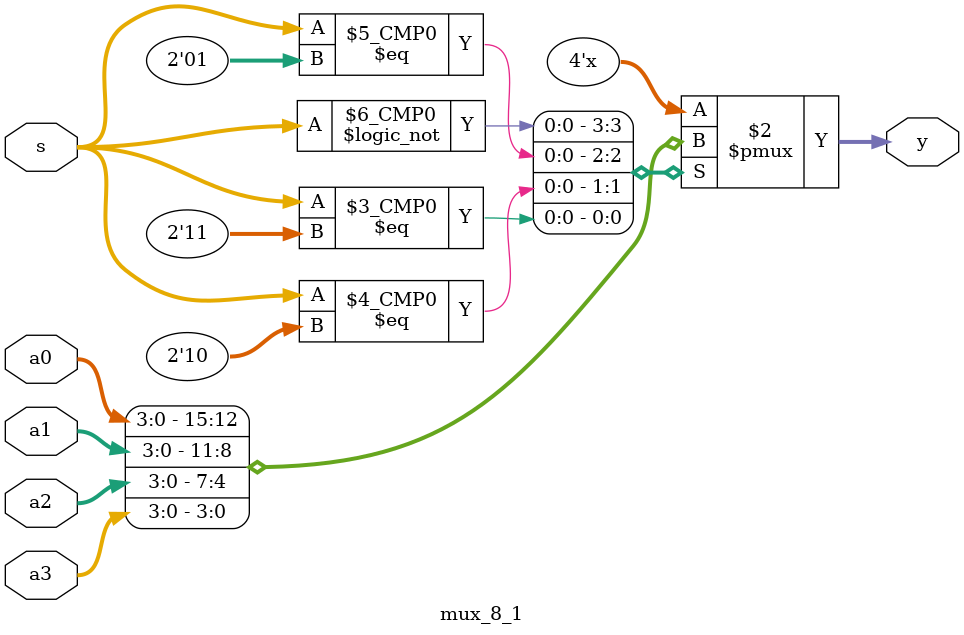
<source format=sv>
`timescale 1ns / 1ps


module mux_8_1(input logic [3:0] a0, a1, a2, a3,
               input logic [1:0] s,
               output logic [3:0] y);
    always_comb
        case (s)
            2'b00: y = a0;
            2'b01: y = a1;
            2'b10: y = a2;
            2'b11: y = a3;
            default: y = '0;
        endcase
endmodule

</source>
